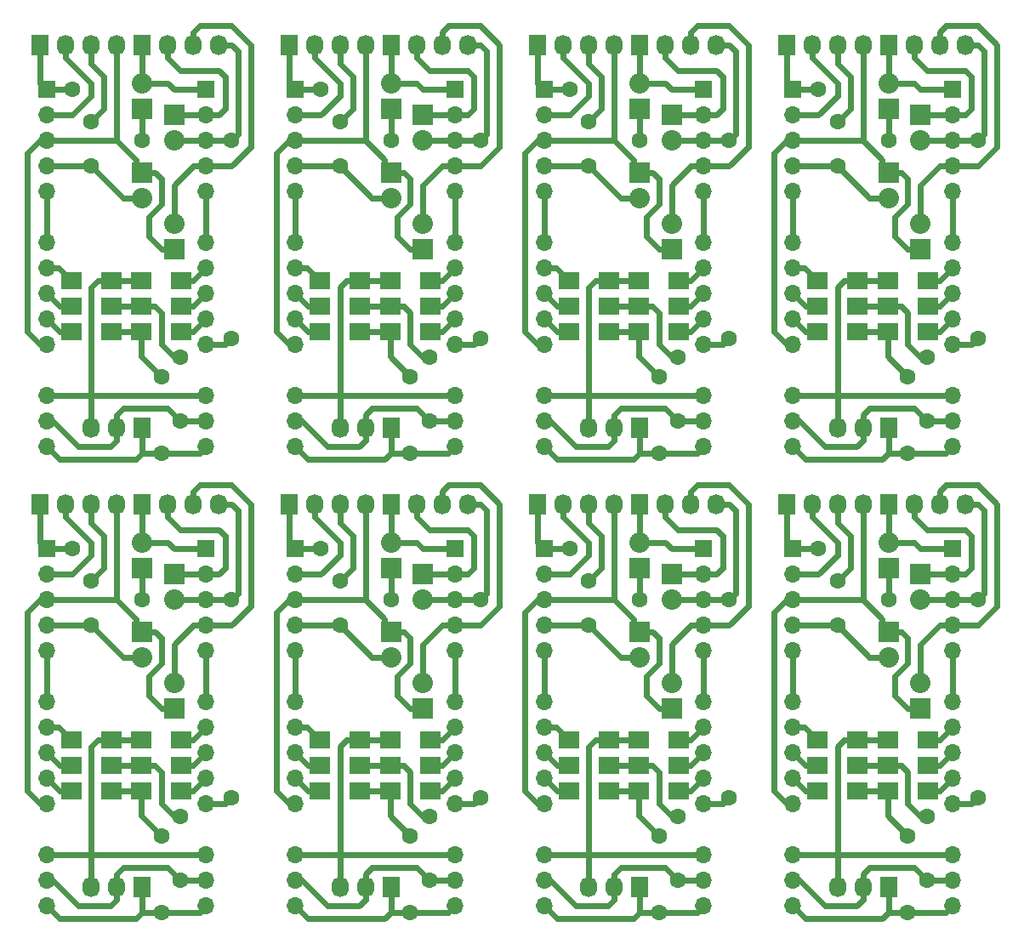
<source format=gbl>
G04 #@! TF.FileFunction,Copper,L2,Bot,Signal*
%FSLAX46Y46*%
G04 Gerber Fmt 4.6, Leading zero omitted, Abs format (unit mm)*
G04 Created by KiCad (PCBNEW 4.0.5+dfsg1-4) date Thu Mar 30 08:58:49 2017*
%MOMM*%
%LPD*%
G01*
G04 APERTURE LIST*
%ADD10C,0.100000*%
%ADD11R,2.032000X2.032000*%
%ADD12O,2.032000X2.032000*%
%ADD13R,2.000000X1.700000*%
%ADD14R,1.727200X2.032000*%
%ADD15O,1.727200X2.032000*%
%ADD16R,1.700000X1.700000*%
%ADD17O,1.700000X1.700000*%
%ADD18C,1.600000*%
%ADD19C,0.600000*%
G04 APERTURE END LIST*
D10*
D11*
X182880000Y-85090000D03*
D12*
X182880000Y-82550000D03*
D13*
X186785000Y-107315000D03*
X182785000Y-107315000D03*
X175800000Y-107315000D03*
X179800000Y-107315000D03*
X186785000Y-104775000D03*
X182785000Y-104775000D03*
X175800000Y-104775000D03*
X179800000Y-104775000D03*
X186785000Y-102235000D03*
X182785000Y-102235000D03*
X175800000Y-102235000D03*
X179800000Y-102235000D03*
D14*
X182880000Y-78740000D03*
D15*
X185420000Y-78740000D03*
X187960000Y-78740000D03*
X190500000Y-78740000D03*
D14*
X172720000Y-78740000D03*
D15*
X175260000Y-78740000D03*
X177800000Y-78740000D03*
X180340000Y-78740000D03*
D11*
X182880000Y-91440000D03*
D12*
X182880000Y-93980000D03*
D11*
X186055000Y-85725000D03*
D12*
X186055000Y-88265000D03*
D11*
X186055000Y-99060000D03*
D12*
X186055000Y-96520000D03*
D16*
X173355000Y-83185000D03*
D17*
X173355000Y-85725000D03*
X173355000Y-88265000D03*
X173355000Y-90805000D03*
X173355000Y-93345000D03*
X173355000Y-98425000D03*
X173355000Y-100965000D03*
X173355000Y-103505000D03*
X173355000Y-106045000D03*
X173355000Y-108585000D03*
X173355000Y-113665000D03*
X173355000Y-116205000D03*
X173355000Y-118745000D03*
D16*
X189230000Y-83185000D03*
D17*
X189230000Y-85725000D03*
X189230000Y-88265000D03*
X189230000Y-90805000D03*
X189230000Y-93345000D03*
X189230000Y-98425000D03*
X189230000Y-100965000D03*
X189230000Y-103505000D03*
X189230000Y-106045000D03*
X189230000Y-108585000D03*
X189230000Y-113665000D03*
X189230000Y-116205000D03*
X189230000Y-118745000D03*
D14*
X182880000Y-116840000D03*
D15*
X180340000Y-116840000D03*
X177800000Y-116840000D03*
D14*
X207645000Y-116840000D03*
D15*
X205105000Y-116840000D03*
X202565000Y-116840000D03*
D16*
X213995000Y-83185000D03*
D17*
X213995000Y-85725000D03*
X213995000Y-88265000D03*
X213995000Y-90805000D03*
X213995000Y-93345000D03*
X213995000Y-98425000D03*
X213995000Y-100965000D03*
X213995000Y-103505000D03*
X213995000Y-106045000D03*
X213995000Y-108585000D03*
X213995000Y-113665000D03*
X213995000Y-116205000D03*
X213995000Y-118745000D03*
D16*
X198120000Y-83185000D03*
D17*
X198120000Y-85725000D03*
X198120000Y-88265000D03*
X198120000Y-90805000D03*
X198120000Y-93345000D03*
X198120000Y-98425000D03*
X198120000Y-100965000D03*
X198120000Y-103505000D03*
X198120000Y-106045000D03*
X198120000Y-108585000D03*
X198120000Y-113665000D03*
X198120000Y-116205000D03*
X198120000Y-118745000D03*
D11*
X210820000Y-99060000D03*
D12*
X210820000Y-96520000D03*
D11*
X210820000Y-85725000D03*
D12*
X210820000Y-88265000D03*
D11*
X207645000Y-91440000D03*
D12*
X207645000Y-93980000D03*
D14*
X197485000Y-78740000D03*
D15*
X200025000Y-78740000D03*
X202565000Y-78740000D03*
X205105000Y-78740000D03*
D14*
X207645000Y-78740000D03*
D15*
X210185000Y-78740000D03*
X212725000Y-78740000D03*
X215265000Y-78740000D03*
D13*
X200565000Y-102235000D03*
X204565000Y-102235000D03*
X211550000Y-102235000D03*
X207550000Y-102235000D03*
X200565000Y-104775000D03*
X204565000Y-104775000D03*
X211550000Y-104775000D03*
X207550000Y-104775000D03*
X200565000Y-107315000D03*
X204565000Y-107315000D03*
X211550000Y-107315000D03*
X207550000Y-107315000D03*
D11*
X207645000Y-85090000D03*
D12*
X207645000Y-82550000D03*
D11*
X257175000Y-85090000D03*
D12*
X257175000Y-82550000D03*
D13*
X261080000Y-107315000D03*
X257080000Y-107315000D03*
X250095000Y-107315000D03*
X254095000Y-107315000D03*
X261080000Y-104775000D03*
X257080000Y-104775000D03*
X250095000Y-104775000D03*
X254095000Y-104775000D03*
X261080000Y-102235000D03*
X257080000Y-102235000D03*
X250095000Y-102235000D03*
X254095000Y-102235000D03*
D14*
X257175000Y-78740000D03*
D15*
X259715000Y-78740000D03*
X262255000Y-78740000D03*
X264795000Y-78740000D03*
D14*
X247015000Y-78740000D03*
D15*
X249555000Y-78740000D03*
X252095000Y-78740000D03*
X254635000Y-78740000D03*
D11*
X257175000Y-91440000D03*
D12*
X257175000Y-93980000D03*
D11*
X260350000Y-85725000D03*
D12*
X260350000Y-88265000D03*
D11*
X260350000Y-99060000D03*
D12*
X260350000Y-96520000D03*
D16*
X247650000Y-83185000D03*
D17*
X247650000Y-85725000D03*
X247650000Y-88265000D03*
X247650000Y-90805000D03*
X247650000Y-93345000D03*
X247650000Y-98425000D03*
X247650000Y-100965000D03*
X247650000Y-103505000D03*
X247650000Y-106045000D03*
X247650000Y-108585000D03*
X247650000Y-113665000D03*
X247650000Y-116205000D03*
X247650000Y-118745000D03*
D16*
X263525000Y-83185000D03*
D17*
X263525000Y-85725000D03*
X263525000Y-88265000D03*
X263525000Y-90805000D03*
X263525000Y-93345000D03*
X263525000Y-98425000D03*
X263525000Y-100965000D03*
X263525000Y-103505000D03*
X263525000Y-106045000D03*
X263525000Y-108585000D03*
X263525000Y-113665000D03*
X263525000Y-116205000D03*
X263525000Y-118745000D03*
D14*
X257175000Y-116840000D03*
D15*
X254635000Y-116840000D03*
X252095000Y-116840000D03*
D14*
X232410000Y-116840000D03*
D15*
X229870000Y-116840000D03*
X227330000Y-116840000D03*
D16*
X238760000Y-83185000D03*
D17*
X238760000Y-85725000D03*
X238760000Y-88265000D03*
X238760000Y-90805000D03*
X238760000Y-93345000D03*
X238760000Y-98425000D03*
X238760000Y-100965000D03*
X238760000Y-103505000D03*
X238760000Y-106045000D03*
X238760000Y-108585000D03*
X238760000Y-113665000D03*
X238760000Y-116205000D03*
X238760000Y-118745000D03*
D16*
X222885000Y-83185000D03*
D17*
X222885000Y-85725000D03*
X222885000Y-88265000D03*
X222885000Y-90805000D03*
X222885000Y-93345000D03*
X222885000Y-98425000D03*
X222885000Y-100965000D03*
X222885000Y-103505000D03*
X222885000Y-106045000D03*
X222885000Y-108585000D03*
X222885000Y-113665000D03*
X222885000Y-116205000D03*
X222885000Y-118745000D03*
D11*
X235585000Y-99060000D03*
D12*
X235585000Y-96520000D03*
D11*
X235585000Y-85725000D03*
D12*
X235585000Y-88265000D03*
D11*
X232410000Y-91440000D03*
D12*
X232410000Y-93980000D03*
D14*
X222250000Y-78740000D03*
D15*
X224790000Y-78740000D03*
X227330000Y-78740000D03*
X229870000Y-78740000D03*
D14*
X232410000Y-78740000D03*
D15*
X234950000Y-78740000D03*
X237490000Y-78740000D03*
X240030000Y-78740000D03*
D13*
X225330000Y-102235000D03*
X229330000Y-102235000D03*
X236315000Y-102235000D03*
X232315000Y-102235000D03*
X225330000Y-104775000D03*
X229330000Y-104775000D03*
X236315000Y-104775000D03*
X232315000Y-104775000D03*
X225330000Y-107315000D03*
X229330000Y-107315000D03*
X236315000Y-107315000D03*
X232315000Y-107315000D03*
D11*
X232410000Y-85090000D03*
D12*
X232410000Y-82550000D03*
D11*
X232410000Y-39370000D03*
D12*
X232410000Y-36830000D03*
D13*
X236315000Y-61595000D03*
X232315000Y-61595000D03*
X225330000Y-61595000D03*
X229330000Y-61595000D03*
X236315000Y-59055000D03*
X232315000Y-59055000D03*
X225330000Y-59055000D03*
X229330000Y-59055000D03*
X236315000Y-56515000D03*
X232315000Y-56515000D03*
X225330000Y-56515000D03*
X229330000Y-56515000D03*
D14*
X232410000Y-33020000D03*
D15*
X234950000Y-33020000D03*
X237490000Y-33020000D03*
X240030000Y-33020000D03*
D14*
X222250000Y-33020000D03*
D15*
X224790000Y-33020000D03*
X227330000Y-33020000D03*
X229870000Y-33020000D03*
D11*
X232410000Y-45720000D03*
D12*
X232410000Y-48260000D03*
D11*
X235585000Y-40005000D03*
D12*
X235585000Y-42545000D03*
D11*
X235585000Y-53340000D03*
D12*
X235585000Y-50800000D03*
D16*
X222885000Y-37465000D03*
D17*
X222885000Y-40005000D03*
X222885000Y-42545000D03*
X222885000Y-45085000D03*
X222885000Y-47625000D03*
X222885000Y-52705000D03*
X222885000Y-55245000D03*
X222885000Y-57785000D03*
X222885000Y-60325000D03*
X222885000Y-62865000D03*
X222885000Y-67945000D03*
X222885000Y-70485000D03*
X222885000Y-73025000D03*
D16*
X238760000Y-37465000D03*
D17*
X238760000Y-40005000D03*
X238760000Y-42545000D03*
X238760000Y-45085000D03*
X238760000Y-47625000D03*
X238760000Y-52705000D03*
X238760000Y-55245000D03*
X238760000Y-57785000D03*
X238760000Y-60325000D03*
X238760000Y-62865000D03*
X238760000Y-67945000D03*
X238760000Y-70485000D03*
X238760000Y-73025000D03*
D14*
X232410000Y-71120000D03*
D15*
X229870000Y-71120000D03*
X227330000Y-71120000D03*
D14*
X257175000Y-71120000D03*
D15*
X254635000Y-71120000D03*
X252095000Y-71120000D03*
D16*
X263525000Y-37465000D03*
D17*
X263525000Y-40005000D03*
X263525000Y-42545000D03*
X263525000Y-45085000D03*
X263525000Y-47625000D03*
X263525000Y-52705000D03*
X263525000Y-55245000D03*
X263525000Y-57785000D03*
X263525000Y-60325000D03*
X263525000Y-62865000D03*
X263525000Y-67945000D03*
X263525000Y-70485000D03*
X263525000Y-73025000D03*
D16*
X247650000Y-37465000D03*
D17*
X247650000Y-40005000D03*
X247650000Y-42545000D03*
X247650000Y-45085000D03*
X247650000Y-47625000D03*
X247650000Y-52705000D03*
X247650000Y-55245000D03*
X247650000Y-57785000D03*
X247650000Y-60325000D03*
X247650000Y-62865000D03*
X247650000Y-67945000D03*
X247650000Y-70485000D03*
X247650000Y-73025000D03*
D11*
X260350000Y-53340000D03*
D12*
X260350000Y-50800000D03*
D11*
X260350000Y-40005000D03*
D12*
X260350000Y-42545000D03*
D11*
X257175000Y-45720000D03*
D12*
X257175000Y-48260000D03*
D14*
X247015000Y-33020000D03*
D15*
X249555000Y-33020000D03*
X252095000Y-33020000D03*
X254635000Y-33020000D03*
D14*
X257175000Y-33020000D03*
D15*
X259715000Y-33020000D03*
X262255000Y-33020000D03*
X264795000Y-33020000D03*
D13*
X250095000Y-56515000D03*
X254095000Y-56515000D03*
X261080000Y-56515000D03*
X257080000Y-56515000D03*
X250095000Y-59055000D03*
X254095000Y-59055000D03*
X261080000Y-59055000D03*
X257080000Y-59055000D03*
X250095000Y-61595000D03*
X254095000Y-61595000D03*
X261080000Y-61595000D03*
X257080000Y-61595000D03*
D11*
X257175000Y-39370000D03*
D12*
X257175000Y-36830000D03*
D11*
X207645000Y-39370000D03*
D12*
X207645000Y-36830000D03*
D13*
X211550000Y-61595000D03*
X207550000Y-61595000D03*
X200565000Y-61595000D03*
X204565000Y-61595000D03*
X211550000Y-59055000D03*
X207550000Y-59055000D03*
X200565000Y-59055000D03*
X204565000Y-59055000D03*
X211550000Y-56515000D03*
X207550000Y-56515000D03*
X200565000Y-56515000D03*
X204565000Y-56515000D03*
D14*
X207645000Y-33020000D03*
D15*
X210185000Y-33020000D03*
X212725000Y-33020000D03*
X215265000Y-33020000D03*
D14*
X197485000Y-33020000D03*
D15*
X200025000Y-33020000D03*
X202565000Y-33020000D03*
X205105000Y-33020000D03*
D11*
X207645000Y-45720000D03*
D12*
X207645000Y-48260000D03*
D11*
X210820000Y-40005000D03*
D12*
X210820000Y-42545000D03*
D11*
X210820000Y-53340000D03*
D12*
X210820000Y-50800000D03*
D16*
X198120000Y-37465000D03*
D17*
X198120000Y-40005000D03*
X198120000Y-42545000D03*
X198120000Y-45085000D03*
X198120000Y-47625000D03*
X198120000Y-52705000D03*
X198120000Y-55245000D03*
X198120000Y-57785000D03*
X198120000Y-60325000D03*
X198120000Y-62865000D03*
X198120000Y-67945000D03*
X198120000Y-70485000D03*
X198120000Y-73025000D03*
D16*
X213995000Y-37465000D03*
D17*
X213995000Y-40005000D03*
X213995000Y-42545000D03*
X213995000Y-45085000D03*
X213995000Y-47625000D03*
X213995000Y-52705000D03*
X213995000Y-55245000D03*
X213995000Y-57785000D03*
X213995000Y-60325000D03*
X213995000Y-62865000D03*
X213995000Y-67945000D03*
X213995000Y-70485000D03*
X213995000Y-73025000D03*
D14*
X207645000Y-71120000D03*
D15*
X205105000Y-71120000D03*
X202565000Y-71120000D03*
D14*
X182880000Y-71120000D03*
D15*
X180340000Y-71120000D03*
X177800000Y-71120000D03*
D16*
X189230000Y-37465000D03*
D17*
X189230000Y-40005000D03*
X189230000Y-42545000D03*
X189230000Y-45085000D03*
X189230000Y-47625000D03*
X189230000Y-52705000D03*
X189230000Y-55245000D03*
X189230000Y-57785000D03*
X189230000Y-60325000D03*
X189230000Y-62865000D03*
X189230000Y-67945000D03*
X189230000Y-70485000D03*
X189230000Y-73025000D03*
D16*
X173355000Y-37465000D03*
D17*
X173355000Y-40005000D03*
X173355000Y-42545000D03*
X173355000Y-45085000D03*
X173355000Y-47625000D03*
X173355000Y-52705000D03*
X173355000Y-55245000D03*
X173355000Y-57785000D03*
X173355000Y-60325000D03*
X173355000Y-62865000D03*
X173355000Y-67945000D03*
X173355000Y-70485000D03*
X173355000Y-73025000D03*
D11*
X186055000Y-53340000D03*
D12*
X186055000Y-50800000D03*
D11*
X186055000Y-40005000D03*
D12*
X186055000Y-42545000D03*
D11*
X182880000Y-45720000D03*
D12*
X182880000Y-48260000D03*
D14*
X172720000Y-33020000D03*
D15*
X175260000Y-33020000D03*
X177800000Y-33020000D03*
X180340000Y-33020000D03*
D14*
X182880000Y-33020000D03*
D15*
X185420000Y-33020000D03*
X187960000Y-33020000D03*
X190500000Y-33020000D03*
D13*
X175800000Y-56515000D03*
X179800000Y-56515000D03*
X186785000Y-56515000D03*
X182785000Y-56515000D03*
X175800000Y-59055000D03*
X179800000Y-59055000D03*
X186785000Y-59055000D03*
X182785000Y-59055000D03*
X175800000Y-61595000D03*
X179800000Y-61595000D03*
X186785000Y-61595000D03*
X182785000Y-61595000D03*
D11*
X182880000Y-39370000D03*
D12*
X182880000Y-36830000D03*
D18*
X191770000Y-107950000D03*
X191770000Y-88265000D03*
X216535000Y-88265000D03*
X216535000Y-107950000D03*
X266065000Y-107950000D03*
X266065000Y-88265000D03*
X241300000Y-88265000D03*
X241300000Y-107950000D03*
X241300000Y-62230000D03*
X241300000Y-42545000D03*
X266065000Y-42545000D03*
X266065000Y-62230000D03*
X216535000Y-62230000D03*
X216535000Y-42545000D03*
X191770000Y-42545000D03*
X191770000Y-62230000D03*
X175895000Y-83185000D03*
X182880000Y-88265000D03*
X207645000Y-88265000D03*
X200660000Y-83185000D03*
X250190000Y-83185000D03*
X257175000Y-88265000D03*
X232410000Y-88265000D03*
X225425000Y-83185000D03*
X225425000Y-37465000D03*
X232410000Y-42545000D03*
X257175000Y-42545000D03*
X250190000Y-37465000D03*
X200660000Y-37465000D03*
X207645000Y-42545000D03*
X182880000Y-42545000D03*
X175895000Y-37465000D03*
X177800000Y-86360000D03*
X177800000Y-90805000D03*
X202565000Y-90805000D03*
X202565000Y-86360000D03*
X252095000Y-86360000D03*
X252095000Y-90805000D03*
X227330000Y-90805000D03*
X227330000Y-86360000D03*
X227330000Y-40640000D03*
X227330000Y-45085000D03*
X252095000Y-45085000D03*
X252095000Y-40640000D03*
X202565000Y-40640000D03*
X202565000Y-45085000D03*
X177800000Y-45085000D03*
X177800000Y-40640000D03*
X184785000Y-111760000D03*
X184785000Y-119380000D03*
X209550000Y-119380000D03*
X209550000Y-111760000D03*
X259080000Y-111760000D03*
X259080000Y-119380000D03*
X234315000Y-119380000D03*
X234315000Y-111760000D03*
X234315000Y-66040000D03*
X234315000Y-73660000D03*
X259080000Y-73660000D03*
X259080000Y-66040000D03*
X209550000Y-66040000D03*
X209550000Y-73660000D03*
X184785000Y-73660000D03*
X184785000Y-66040000D03*
X186690000Y-109855000D03*
X186690000Y-116205000D03*
X211455000Y-116205000D03*
X211455000Y-109855000D03*
X260985000Y-109855000D03*
X260985000Y-116205000D03*
X236220000Y-116205000D03*
X236220000Y-109855000D03*
X236220000Y-64135000D03*
X236220000Y-70485000D03*
X260985000Y-70485000D03*
X260985000Y-64135000D03*
X211455000Y-64135000D03*
X211455000Y-70485000D03*
X186690000Y-70485000D03*
X186690000Y-64135000D03*
D19*
X184785000Y-99060000D02*
X183515000Y-97790000D01*
X183515000Y-97790000D02*
X183515000Y-95885000D01*
X183515000Y-95885000D02*
X184785000Y-94615000D01*
X184785000Y-94615000D02*
X184785000Y-92075000D01*
X184785000Y-92075000D02*
X184150000Y-91440000D01*
X184150000Y-91440000D02*
X182880000Y-91440000D01*
X186055000Y-99060000D02*
X184785000Y-99060000D01*
X172720000Y-88265000D02*
X173355000Y-88265000D01*
X171450000Y-89535000D02*
X172720000Y-88265000D01*
X171450000Y-107315000D02*
X171450000Y-89535000D01*
X172720000Y-108585000D02*
X171450000Y-107315000D01*
X173355000Y-108585000D02*
X172720000Y-108585000D01*
X180340000Y-78740000D02*
X180340000Y-88265000D01*
X173355000Y-88265000D02*
X180340000Y-88265000D01*
X182245000Y-90805000D02*
X182880000Y-91440000D01*
X182245000Y-90170000D02*
X182245000Y-90805000D01*
X180340000Y-88265000D02*
X182245000Y-90170000D01*
X205105000Y-88265000D02*
X207010000Y-90170000D01*
X207010000Y-90170000D02*
X207010000Y-90805000D01*
X207010000Y-90805000D02*
X207645000Y-91440000D01*
X198120000Y-88265000D02*
X205105000Y-88265000D01*
X205105000Y-78740000D02*
X205105000Y-88265000D01*
X198120000Y-108585000D02*
X197485000Y-108585000D01*
X197485000Y-108585000D02*
X196215000Y-107315000D01*
X196215000Y-107315000D02*
X196215000Y-89535000D01*
X196215000Y-89535000D02*
X197485000Y-88265000D01*
X197485000Y-88265000D02*
X198120000Y-88265000D01*
X210820000Y-99060000D02*
X209550000Y-99060000D01*
X208915000Y-91440000D02*
X207645000Y-91440000D01*
X209550000Y-92075000D02*
X208915000Y-91440000D01*
X209550000Y-94615000D02*
X209550000Y-92075000D01*
X208280000Y-95885000D02*
X209550000Y-94615000D01*
X208280000Y-97790000D02*
X208280000Y-95885000D01*
X209550000Y-99060000D02*
X208280000Y-97790000D01*
X259080000Y-99060000D02*
X257810000Y-97790000D01*
X257810000Y-97790000D02*
X257810000Y-95885000D01*
X257810000Y-95885000D02*
X259080000Y-94615000D01*
X259080000Y-94615000D02*
X259080000Y-92075000D01*
X259080000Y-92075000D02*
X258445000Y-91440000D01*
X258445000Y-91440000D02*
X257175000Y-91440000D01*
X260350000Y-99060000D02*
X259080000Y-99060000D01*
X247015000Y-88265000D02*
X247650000Y-88265000D01*
X245745000Y-89535000D02*
X247015000Y-88265000D01*
X245745000Y-107315000D02*
X245745000Y-89535000D01*
X247015000Y-108585000D02*
X245745000Y-107315000D01*
X247650000Y-108585000D02*
X247015000Y-108585000D01*
X254635000Y-78740000D02*
X254635000Y-88265000D01*
X247650000Y-88265000D02*
X254635000Y-88265000D01*
X256540000Y-90805000D02*
X257175000Y-91440000D01*
X256540000Y-90170000D02*
X256540000Y-90805000D01*
X254635000Y-88265000D02*
X256540000Y-90170000D01*
X229870000Y-88265000D02*
X231775000Y-90170000D01*
X231775000Y-90170000D02*
X231775000Y-90805000D01*
X231775000Y-90805000D02*
X232410000Y-91440000D01*
X222885000Y-88265000D02*
X229870000Y-88265000D01*
X229870000Y-78740000D02*
X229870000Y-88265000D01*
X222885000Y-108585000D02*
X222250000Y-108585000D01*
X222250000Y-108585000D02*
X220980000Y-107315000D01*
X220980000Y-107315000D02*
X220980000Y-89535000D01*
X220980000Y-89535000D02*
X222250000Y-88265000D01*
X222250000Y-88265000D02*
X222885000Y-88265000D01*
X235585000Y-99060000D02*
X234315000Y-99060000D01*
X233680000Y-91440000D02*
X232410000Y-91440000D01*
X234315000Y-92075000D02*
X233680000Y-91440000D01*
X234315000Y-94615000D02*
X234315000Y-92075000D01*
X233045000Y-95885000D02*
X234315000Y-94615000D01*
X233045000Y-97790000D02*
X233045000Y-95885000D01*
X234315000Y-99060000D02*
X233045000Y-97790000D01*
X234315000Y-53340000D02*
X233045000Y-52070000D01*
X233045000Y-52070000D02*
X233045000Y-50165000D01*
X233045000Y-50165000D02*
X234315000Y-48895000D01*
X234315000Y-48895000D02*
X234315000Y-46355000D01*
X234315000Y-46355000D02*
X233680000Y-45720000D01*
X233680000Y-45720000D02*
X232410000Y-45720000D01*
X235585000Y-53340000D02*
X234315000Y-53340000D01*
X222250000Y-42545000D02*
X222885000Y-42545000D01*
X220980000Y-43815000D02*
X222250000Y-42545000D01*
X220980000Y-61595000D02*
X220980000Y-43815000D01*
X222250000Y-62865000D02*
X220980000Y-61595000D01*
X222885000Y-62865000D02*
X222250000Y-62865000D01*
X229870000Y-33020000D02*
X229870000Y-42545000D01*
X222885000Y-42545000D02*
X229870000Y-42545000D01*
X231775000Y-45085000D02*
X232410000Y-45720000D01*
X231775000Y-44450000D02*
X231775000Y-45085000D01*
X229870000Y-42545000D02*
X231775000Y-44450000D01*
X254635000Y-42545000D02*
X256540000Y-44450000D01*
X256540000Y-44450000D02*
X256540000Y-45085000D01*
X256540000Y-45085000D02*
X257175000Y-45720000D01*
X247650000Y-42545000D02*
X254635000Y-42545000D01*
X254635000Y-33020000D02*
X254635000Y-42545000D01*
X247650000Y-62865000D02*
X247015000Y-62865000D01*
X247015000Y-62865000D02*
X245745000Y-61595000D01*
X245745000Y-61595000D02*
X245745000Y-43815000D01*
X245745000Y-43815000D02*
X247015000Y-42545000D01*
X247015000Y-42545000D02*
X247650000Y-42545000D01*
X260350000Y-53340000D02*
X259080000Y-53340000D01*
X258445000Y-45720000D02*
X257175000Y-45720000D01*
X259080000Y-46355000D02*
X258445000Y-45720000D01*
X259080000Y-48895000D02*
X259080000Y-46355000D01*
X257810000Y-50165000D02*
X259080000Y-48895000D01*
X257810000Y-52070000D02*
X257810000Y-50165000D01*
X259080000Y-53340000D02*
X257810000Y-52070000D01*
X209550000Y-53340000D02*
X208280000Y-52070000D01*
X208280000Y-52070000D02*
X208280000Y-50165000D01*
X208280000Y-50165000D02*
X209550000Y-48895000D01*
X209550000Y-48895000D02*
X209550000Y-46355000D01*
X209550000Y-46355000D02*
X208915000Y-45720000D01*
X208915000Y-45720000D02*
X207645000Y-45720000D01*
X210820000Y-53340000D02*
X209550000Y-53340000D01*
X197485000Y-42545000D02*
X198120000Y-42545000D01*
X196215000Y-43815000D02*
X197485000Y-42545000D01*
X196215000Y-61595000D02*
X196215000Y-43815000D01*
X197485000Y-62865000D02*
X196215000Y-61595000D01*
X198120000Y-62865000D02*
X197485000Y-62865000D01*
X205105000Y-33020000D02*
X205105000Y-42545000D01*
X198120000Y-42545000D02*
X205105000Y-42545000D01*
X207010000Y-45085000D02*
X207645000Y-45720000D01*
X207010000Y-44450000D02*
X207010000Y-45085000D01*
X205105000Y-42545000D02*
X207010000Y-44450000D01*
X180340000Y-42545000D02*
X182245000Y-44450000D01*
X182245000Y-44450000D02*
X182245000Y-45085000D01*
X182245000Y-45085000D02*
X182880000Y-45720000D01*
X173355000Y-42545000D02*
X180340000Y-42545000D01*
X180340000Y-33020000D02*
X180340000Y-42545000D01*
X173355000Y-62865000D02*
X172720000Y-62865000D01*
X172720000Y-62865000D02*
X171450000Y-61595000D01*
X171450000Y-61595000D02*
X171450000Y-43815000D01*
X171450000Y-43815000D02*
X172720000Y-42545000D01*
X172720000Y-42545000D02*
X173355000Y-42545000D01*
X186055000Y-53340000D02*
X184785000Y-53340000D01*
X184150000Y-45720000D02*
X182880000Y-45720000D01*
X184785000Y-46355000D02*
X184150000Y-45720000D01*
X184785000Y-48895000D02*
X184785000Y-46355000D01*
X183515000Y-50165000D02*
X184785000Y-48895000D01*
X183515000Y-52070000D02*
X183515000Y-50165000D01*
X184785000Y-53340000D02*
X183515000Y-52070000D01*
X187960000Y-90805000D02*
X186055000Y-92710000D01*
X186055000Y-92710000D02*
X186055000Y-96520000D01*
X189230000Y-90805000D02*
X187960000Y-90805000D01*
X187960000Y-77470000D02*
X188595000Y-76835000D01*
X188595000Y-76835000D02*
X191770000Y-76835000D01*
X191770000Y-76835000D02*
X193675000Y-78740000D01*
X193675000Y-78740000D02*
X193675000Y-88900000D01*
X193675000Y-88900000D02*
X191770000Y-90805000D01*
X191770000Y-90805000D02*
X189230000Y-90805000D01*
X187960000Y-78740000D02*
X187960000Y-77470000D01*
X212725000Y-78740000D02*
X212725000Y-77470000D01*
X216535000Y-90805000D02*
X213995000Y-90805000D01*
X218440000Y-88900000D02*
X216535000Y-90805000D01*
X218440000Y-78740000D02*
X218440000Y-88900000D01*
X216535000Y-76835000D02*
X218440000Y-78740000D01*
X213360000Y-76835000D02*
X216535000Y-76835000D01*
X212725000Y-77470000D02*
X213360000Y-76835000D01*
X213995000Y-90805000D02*
X212725000Y-90805000D01*
X210820000Y-92710000D02*
X210820000Y-96520000D01*
X212725000Y-90805000D02*
X210820000Y-92710000D01*
X262255000Y-90805000D02*
X260350000Y-92710000D01*
X260350000Y-92710000D02*
X260350000Y-96520000D01*
X263525000Y-90805000D02*
X262255000Y-90805000D01*
X262255000Y-77470000D02*
X262890000Y-76835000D01*
X262890000Y-76835000D02*
X266065000Y-76835000D01*
X266065000Y-76835000D02*
X267970000Y-78740000D01*
X267970000Y-78740000D02*
X267970000Y-88900000D01*
X267970000Y-88900000D02*
X266065000Y-90805000D01*
X266065000Y-90805000D02*
X263525000Y-90805000D01*
X262255000Y-78740000D02*
X262255000Y-77470000D01*
X237490000Y-78740000D02*
X237490000Y-77470000D01*
X241300000Y-90805000D02*
X238760000Y-90805000D01*
X243205000Y-88900000D02*
X241300000Y-90805000D01*
X243205000Y-78740000D02*
X243205000Y-88900000D01*
X241300000Y-76835000D02*
X243205000Y-78740000D01*
X238125000Y-76835000D02*
X241300000Y-76835000D01*
X237490000Y-77470000D02*
X238125000Y-76835000D01*
X238760000Y-90805000D02*
X237490000Y-90805000D01*
X235585000Y-92710000D02*
X235585000Y-96520000D01*
X237490000Y-90805000D02*
X235585000Y-92710000D01*
X237490000Y-45085000D02*
X235585000Y-46990000D01*
X235585000Y-46990000D02*
X235585000Y-50800000D01*
X238760000Y-45085000D02*
X237490000Y-45085000D01*
X237490000Y-31750000D02*
X238125000Y-31115000D01*
X238125000Y-31115000D02*
X241300000Y-31115000D01*
X241300000Y-31115000D02*
X243205000Y-33020000D01*
X243205000Y-33020000D02*
X243205000Y-43180000D01*
X243205000Y-43180000D02*
X241300000Y-45085000D01*
X241300000Y-45085000D02*
X238760000Y-45085000D01*
X237490000Y-33020000D02*
X237490000Y-31750000D01*
X262255000Y-33020000D02*
X262255000Y-31750000D01*
X266065000Y-45085000D02*
X263525000Y-45085000D01*
X267970000Y-43180000D02*
X266065000Y-45085000D01*
X267970000Y-33020000D02*
X267970000Y-43180000D01*
X266065000Y-31115000D02*
X267970000Y-33020000D01*
X262890000Y-31115000D02*
X266065000Y-31115000D01*
X262255000Y-31750000D02*
X262890000Y-31115000D01*
X263525000Y-45085000D02*
X262255000Y-45085000D01*
X260350000Y-46990000D02*
X260350000Y-50800000D01*
X262255000Y-45085000D02*
X260350000Y-46990000D01*
X212725000Y-45085000D02*
X210820000Y-46990000D01*
X210820000Y-46990000D02*
X210820000Y-50800000D01*
X213995000Y-45085000D02*
X212725000Y-45085000D01*
X212725000Y-31750000D02*
X213360000Y-31115000D01*
X213360000Y-31115000D02*
X216535000Y-31115000D01*
X216535000Y-31115000D02*
X218440000Y-33020000D01*
X218440000Y-33020000D02*
X218440000Y-43180000D01*
X218440000Y-43180000D02*
X216535000Y-45085000D01*
X216535000Y-45085000D02*
X213995000Y-45085000D01*
X212725000Y-33020000D02*
X212725000Y-31750000D01*
X187960000Y-33020000D02*
X187960000Y-31750000D01*
X191770000Y-45085000D02*
X189230000Y-45085000D01*
X193675000Y-43180000D02*
X191770000Y-45085000D01*
X193675000Y-33020000D02*
X193675000Y-43180000D01*
X191770000Y-31115000D02*
X193675000Y-33020000D01*
X188595000Y-31115000D02*
X191770000Y-31115000D01*
X187960000Y-31750000D02*
X188595000Y-31115000D01*
X189230000Y-45085000D02*
X187960000Y-45085000D01*
X186055000Y-46990000D02*
X186055000Y-50800000D01*
X187960000Y-45085000D02*
X186055000Y-46990000D01*
X189230000Y-85725000D02*
X186055000Y-85725000D01*
X190500000Y-85725000D02*
X191135000Y-85090000D01*
X191135000Y-85090000D02*
X191135000Y-81915000D01*
X191135000Y-81915000D02*
X190500000Y-81280000D01*
X190500000Y-81280000D02*
X186690000Y-81280000D01*
X186690000Y-81280000D02*
X185420000Y-80010000D01*
X185420000Y-80010000D02*
X185420000Y-78740000D01*
X189230000Y-85725000D02*
X190500000Y-85725000D01*
X213995000Y-85725000D02*
X215265000Y-85725000D01*
X210185000Y-80010000D02*
X210185000Y-78740000D01*
X211455000Y-81280000D02*
X210185000Y-80010000D01*
X215265000Y-81280000D02*
X211455000Y-81280000D01*
X215900000Y-81915000D02*
X215265000Y-81280000D01*
X215900000Y-85090000D02*
X215900000Y-81915000D01*
X215265000Y-85725000D02*
X215900000Y-85090000D01*
X213995000Y-85725000D02*
X210820000Y-85725000D01*
X263525000Y-85725000D02*
X260350000Y-85725000D01*
X264795000Y-85725000D02*
X265430000Y-85090000D01*
X265430000Y-85090000D02*
X265430000Y-81915000D01*
X265430000Y-81915000D02*
X264795000Y-81280000D01*
X264795000Y-81280000D02*
X260985000Y-81280000D01*
X260985000Y-81280000D02*
X259715000Y-80010000D01*
X259715000Y-80010000D02*
X259715000Y-78740000D01*
X263525000Y-85725000D02*
X264795000Y-85725000D01*
X238760000Y-85725000D02*
X240030000Y-85725000D01*
X234950000Y-80010000D02*
X234950000Y-78740000D01*
X236220000Y-81280000D02*
X234950000Y-80010000D01*
X240030000Y-81280000D02*
X236220000Y-81280000D01*
X240665000Y-81915000D02*
X240030000Y-81280000D01*
X240665000Y-85090000D02*
X240665000Y-81915000D01*
X240030000Y-85725000D02*
X240665000Y-85090000D01*
X238760000Y-85725000D02*
X235585000Y-85725000D01*
X238760000Y-40005000D02*
X235585000Y-40005000D01*
X240030000Y-40005000D02*
X240665000Y-39370000D01*
X240665000Y-39370000D02*
X240665000Y-36195000D01*
X240665000Y-36195000D02*
X240030000Y-35560000D01*
X240030000Y-35560000D02*
X236220000Y-35560000D01*
X236220000Y-35560000D02*
X234950000Y-34290000D01*
X234950000Y-34290000D02*
X234950000Y-33020000D01*
X238760000Y-40005000D02*
X240030000Y-40005000D01*
X263525000Y-40005000D02*
X264795000Y-40005000D01*
X259715000Y-34290000D02*
X259715000Y-33020000D01*
X260985000Y-35560000D02*
X259715000Y-34290000D01*
X264795000Y-35560000D02*
X260985000Y-35560000D01*
X265430000Y-36195000D02*
X264795000Y-35560000D01*
X265430000Y-39370000D02*
X265430000Y-36195000D01*
X264795000Y-40005000D02*
X265430000Y-39370000D01*
X263525000Y-40005000D02*
X260350000Y-40005000D01*
X213995000Y-40005000D02*
X210820000Y-40005000D01*
X215265000Y-40005000D02*
X215900000Y-39370000D01*
X215900000Y-39370000D02*
X215900000Y-36195000D01*
X215900000Y-36195000D02*
X215265000Y-35560000D01*
X215265000Y-35560000D02*
X211455000Y-35560000D01*
X211455000Y-35560000D02*
X210185000Y-34290000D01*
X210185000Y-34290000D02*
X210185000Y-33020000D01*
X213995000Y-40005000D02*
X215265000Y-40005000D01*
X189230000Y-40005000D02*
X190500000Y-40005000D01*
X185420000Y-34290000D02*
X185420000Y-33020000D01*
X186690000Y-35560000D02*
X185420000Y-34290000D01*
X190500000Y-35560000D02*
X186690000Y-35560000D01*
X191135000Y-36195000D02*
X190500000Y-35560000D01*
X191135000Y-39370000D02*
X191135000Y-36195000D01*
X190500000Y-40005000D02*
X191135000Y-39370000D01*
X189230000Y-40005000D02*
X186055000Y-40005000D01*
X189230000Y-88265000D02*
X186055000Y-88265000D01*
X191770000Y-78740000D02*
X190500000Y-78740000D01*
X192405000Y-79375000D02*
X191770000Y-78740000D01*
X192405000Y-87630000D02*
X192405000Y-79375000D01*
X191770000Y-88265000D02*
X192405000Y-87630000D01*
X191770000Y-88265000D02*
X191770000Y-88265000D01*
X189230000Y-88265000D02*
X191770000Y-88265000D01*
X189865000Y-88265000D02*
X189230000Y-88265000D01*
X189230000Y-108585000D02*
X189865000Y-108585000D01*
X191770000Y-107950000D02*
X191135000Y-108585000D01*
X189230000Y-108585000D02*
X191135000Y-108585000D01*
X213995000Y-108585000D02*
X215900000Y-108585000D01*
X216535000Y-107950000D02*
X215900000Y-108585000D01*
X213995000Y-108585000D02*
X214630000Y-108585000D01*
X214630000Y-88265000D02*
X213995000Y-88265000D01*
X213995000Y-88265000D02*
X216535000Y-88265000D01*
X216535000Y-88265000D02*
X216535000Y-88265000D01*
X216535000Y-88265000D02*
X217170000Y-87630000D01*
X217170000Y-87630000D02*
X217170000Y-79375000D01*
X217170000Y-79375000D02*
X216535000Y-78740000D01*
X216535000Y-78740000D02*
X215265000Y-78740000D01*
X213995000Y-88265000D02*
X210820000Y-88265000D01*
X263525000Y-88265000D02*
X260350000Y-88265000D01*
X266065000Y-78740000D02*
X264795000Y-78740000D01*
X266700000Y-79375000D02*
X266065000Y-78740000D01*
X266700000Y-87630000D02*
X266700000Y-79375000D01*
X266065000Y-88265000D02*
X266700000Y-87630000D01*
X266065000Y-88265000D02*
X266065000Y-88265000D01*
X263525000Y-88265000D02*
X266065000Y-88265000D01*
X264160000Y-88265000D02*
X263525000Y-88265000D01*
X263525000Y-108585000D02*
X264160000Y-108585000D01*
X266065000Y-107950000D02*
X265430000Y-108585000D01*
X263525000Y-108585000D02*
X265430000Y-108585000D01*
X238760000Y-108585000D02*
X240665000Y-108585000D01*
X241300000Y-107950000D02*
X240665000Y-108585000D01*
X238760000Y-108585000D02*
X239395000Y-108585000D01*
X239395000Y-88265000D02*
X238760000Y-88265000D01*
X238760000Y-88265000D02*
X241300000Y-88265000D01*
X241300000Y-88265000D02*
X241300000Y-88265000D01*
X241300000Y-88265000D02*
X241935000Y-87630000D01*
X241935000Y-87630000D02*
X241935000Y-79375000D01*
X241935000Y-79375000D02*
X241300000Y-78740000D01*
X241300000Y-78740000D02*
X240030000Y-78740000D01*
X238760000Y-88265000D02*
X235585000Y-88265000D01*
X238760000Y-42545000D02*
X235585000Y-42545000D01*
X241300000Y-33020000D02*
X240030000Y-33020000D01*
X241935000Y-33655000D02*
X241300000Y-33020000D01*
X241935000Y-41910000D02*
X241935000Y-33655000D01*
X241300000Y-42545000D02*
X241935000Y-41910000D01*
X241300000Y-42545000D02*
X241300000Y-42545000D01*
X238760000Y-42545000D02*
X241300000Y-42545000D01*
X239395000Y-42545000D02*
X238760000Y-42545000D01*
X238760000Y-62865000D02*
X239395000Y-62865000D01*
X241300000Y-62230000D02*
X240665000Y-62865000D01*
X238760000Y-62865000D02*
X240665000Y-62865000D01*
X263525000Y-62865000D02*
X265430000Y-62865000D01*
X266065000Y-62230000D02*
X265430000Y-62865000D01*
X263525000Y-62865000D02*
X264160000Y-62865000D01*
X264160000Y-42545000D02*
X263525000Y-42545000D01*
X263525000Y-42545000D02*
X266065000Y-42545000D01*
X266065000Y-42545000D02*
X266065000Y-42545000D01*
X266065000Y-42545000D02*
X266700000Y-41910000D01*
X266700000Y-41910000D02*
X266700000Y-33655000D01*
X266700000Y-33655000D02*
X266065000Y-33020000D01*
X266065000Y-33020000D02*
X264795000Y-33020000D01*
X263525000Y-42545000D02*
X260350000Y-42545000D01*
X213995000Y-42545000D02*
X210820000Y-42545000D01*
X216535000Y-33020000D02*
X215265000Y-33020000D01*
X217170000Y-33655000D02*
X216535000Y-33020000D01*
X217170000Y-41910000D02*
X217170000Y-33655000D01*
X216535000Y-42545000D02*
X217170000Y-41910000D01*
X216535000Y-42545000D02*
X216535000Y-42545000D01*
X213995000Y-42545000D02*
X216535000Y-42545000D01*
X214630000Y-42545000D02*
X213995000Y-42545000D01*
X213995000Y-62865000D02*
X214630000Y-62865000D01*
X216535000Y-62230000D02*
X215900000Y-62865000D01*
X213995000Y-62865000D02*
X215900000Y-62865000D01*
X189230000Y-62865000D02*
X191135000Y-62865000D01*
X191770000Y-62230000D02*
X191135000Y-62865000D01*
X189230000Y-62865000D02*
X189865000Y-62865000D01*
X189865000Y-42545000D02*
X189230000Y-42545000D01*
X189230000Y-42545000D02*
X191770000Y-42545000D01*
X191770000Y-42545000D02*
X191770000Y-42545000D01*
X191770000Y-42545000D02*
X192405000Y-41910000D01*
X192405000Y-41910000D02*
X192405000Y-33655000D01*
X192405000Y-33655000D02*
X191770000Y-33020000D01*
X191770000Y-33020000D02*
X190500000Y-33020000D01*
X189230000Y-42545000D02*
X186055000Y-42545000D01*
X172720000Y-78740000D02*
X172720000Y-79375000D01*
X172720000Y-82550000D02*
X173355000Y-83185000D01*
X172720000Y-78740000D02*
X172720000Y-82550000D01*
X173355000Y-83185000D02*
X175895000Y-83185000D01*
X182880000Y-88265000D02*
X182880000Y-85090000D01*
X207645000Y-88265000D02*
X207645000Y-85090000D01*
X198120000Y-83185000D02*
X200660000Y-83185000D01*
X197485000Y-78740000D02*
X197485000Y-82550000D01*
X197485000Y-82550000D02*
X198120000Y-83185000D01*
X197485000Y-78740000D02*
X197485000Y-79375000D01*
X247015000Y-78740000D02*
X247015000Y-79375000D01*
X247015000Y-82550000D02*
X247650000Y-83185000D01*
X247015000Y-78740000D02*
X247015000Y-82550000D01*
X247650000Y-83185000D02*
X250190000Y-83185000D01*
X257175000Y-88265000D02*
X257175000Y-85090000D01*
X232410000Y-88265000D02*
X232410000Y-85090000D01*
X222885000Y-83185000D02*
X225425000Y-83185000D01*
X222250000Y-78740000D02*
X222250000Y-82550000D01*
X222250000Y-82550000D02*
X222885000Y-83185000D01*
X222250000Y-78740000D02*
X222250000Y-79375000D01*
X222250000Y-33020000D02*
X222250000Y-33655000D01*
X222250000Y-36830000D02*
X222885000Y-37465000D01*
X222250000Y-33020000D02*
X222250000Y-36830000D01*
X222885000Y-37465000D02*
X225425000Y-37465000D01*
X232410000Y-42545000D02*
X232410000Y-39370000D01*
X257175000Y-42545000D02*
X257175000Y-39370000D01*
X247650000Y-37465000D02*
X250190000Y-37465000D01*
X247015000Y-33020000D02*
X247015000Y-36830000D01*
X247015000Y-36830000D02*
X247650000Y-37465000D01*
X247015000Y-33020000D02*
X247015000Y-33655000D01*
X197485000Y-33020000D02*
X197485000Y-33655000D01*
X197485000Y-36830000D02*
X198120000Y-37465000D01*
X197485000Y-33020000D02*
X197485000Y-36830000D01*
X198120000Y-37465000D02*
X200660000Y-37465000D01*
X207645000Y-42545000D02*
X207645000Y-39370000D01*
X182880000Y-42545000D02*
X182880000Y-39370000D01*
X173355000Y-37465000D02*
X175895000Y-37465000D01*
X172720000Y-33020000D02*
X172720000Y-36830000D01*
X172720000Y-36830000D02*
X173355000Y-37465000D01*
X172720000Y-33020000D02*
X172720000Y-33655000D01*
X175260000Y-78740000D02*
X175260000Y-79375000D01*
X175895000Y-85725000D02*
X173355000Y-85725000D01*
X177800000Y-83820000D02*
X175895000Y-85725000D01*
X177800000Y-82550000D02*
X177800000Y-83820000D01*
X175260000Y-80010000D02*
X177800000Y-82550000D01*
X175260000Y-78740000D02*
X175260000Y-80010000D01*
X200025000Y-78740000D02*
X200025000Y-80010000D01*
X200025000Y-80010000D02*
X202565000Y-82550000D01*
X202565000Y-82550000D02*
X202565000Y-83820000D01*
X202565000Y-83820000D02*
X200660000Y-85725000D01*
X200660000Y-85725000D02*
X198120000Y-85725000D01*
X200025000Y-78740000D02*
X200025000Y-79375000D01*
X249555000Y-78740000D02*
X249555000Y-79375000D01*
X250190000Y-85725000D02*
X247650000Y-85725000D01*
X252095000Y-83820000D02*
X250190000Y-85725000D01*
X252095000Y-82550000D02*
X252095000Y-83820000D01*
X249555000Y-80010000D02*
X252095000Y-82550000D01*
X249555000Y-78740000D02*
X249555000Y-80010000D01*
X224790000Y-78740000D02*
X224790000Y-80010000D01*
X224790000Y-80010000D02*
X227330000Y-82550000D01*
X227330000Y-82550000D02*
X227330000Y-83820000D01*
X227330000Y-83820000D02*
X225425000Y-85725000D01*
X225425000Y-85725000D02*
X222885000Y-85725000D01*
X224790000Y-78740000D02*
X224790000Y-79375000D01*
X224790000Y-33020000D02*
X224790000Y-33655000D01*
X225425000Y-40005000D02*
X222885000Y-40005000D01*
X227330000Y-38100000D02*
X225425000Y-40005000D01*
X227330000Y-36830000D02*
X227330000Y-38100000D01*
X224790000Y-34290000D02*
X227330000Y-36830000D01*
X224790000Y-33020000D02*
X224790000Y-34290000D01*
X249555000Y-33020000D02*
X249555000Y-34290000D01*
X249555000Y-34290000D02*
X252095000Y-36830000D01*
X252095000Y-36830000D02*
X252095000Y-38100000D01*
X252095000Y-38100000D02*
X250190000Y-40005000D01*
X250190000Y-40005000D02*
X247650000Y-40005000D01*
X249555000Y-33020000D02*
X249555000Y-33655000D01*
X200025000Y-33020000D02*
X200025000Y-33655000D01*
X200660000Y-40005000D02*
X198120000Y-40005000D01*
X202565000Y-38100000D02*
X200660000Y-40005000D01*
X202565000Y-36830000D02*
X202565000Y-38100000D01*
X200025000Y-34290000D02*
X202565000Y-36830000D01*
X200025000Y-33020000D02*
X200025000Y-34290000D01*
X175260000Y-33020000D02*
X175260000Y-34290000D01*
X175260000Y-34290000D02*
X177800000Y-36830000D01*
X177800000Y-36830000D02*
X177800000Y-38100000D01*
X177800000Y-38100000D02*
X175895000Y-40005000D01*
X175895000Y-40005000D02*
X173355000Y-40005000D01*
X175260000Y-33020000D02*
X175260000Y-33655000D01*
X180975000Y-93980000D02*
X177800000Y-90805000D01*
X177800000Y-90805000D02*
X173355000Y-90805000D01*
X182880000Y-93980000D02*
X180975000Y-93980000D01*
X177800000Y-80645000D02*
X179070000Y-81915000D01*
X179070000Y-81915000D02*
X179070000Y-85090000D01*
X179070000Y-85090000D02*
X177800000Y-86360000D01*
X177800000Y-78740000D02*
X177800000Y-80645000D01*
X202565000Y-78740000D02*
X202565000Y-80645000D01*
X203835000Y-85090000D02*
X202565000Y-86360000D01*
X203835000Y-81915000D02*
X203835000Y-85090000D01*
X202565000Y-80645000D02*
X203835000Y-81915000D01*
X207645000Y-93980000D02*
X205740000Y-93980000D01*
X202565000Y-90805000D02*
X198120000Y-90805000D01*
X205740000Y-93980000D02*
X202565000Y-90805000D01*
X255270000Y-93980000D02*
X252095000Y-90805000D01*
X252095000Y-90805000D02*
X247650000Y-90805000D01*
X257175000Y-93980000D02*
X255270000Y-93980000D01*
X252095000Y-80645000D02*
X253365000Y-81915000D01*
X253365000Y-81915000D02*
X253365000Y-85090000D01*
X253365000Y-85090000D02*
X252095000Y-86360000D01*
X252095000Y-78740000D02*
X252095000Y-80645000D01*
X227330000Y-78740000D02*
X227330000Y-80645000D01*
X228600000Y-85090000D02*
X227330000Y-86360000D01*
X228600000Y-81915000D02*
X228600000Y-85090000D01*
X227330000Y-80645000D02*
X228600000Y-81915000D01*
X232410000Y-93980000D02*
X230505000Y-93980000D01*
X227330000Y-90805000D02*
X222885000Y-90805000D01*
X230505000Y-93980000D02*
X227330000Y-90805000D01*
X230505000Y-48260000D02*
X227330000Y-45085000D01*
X227330000Y-45085000D02*
X222885000Y-45085000D01*
X232410000Y-48260000D02*
X230505000Y-48260000D01*
X227330000Y-34925000D02*
X228600000Y-36195000D01*
X228600000Y-36195000D02*
X228600000Y-39370000D01*
X228600000Y-39370000D02*
X227330000Y-40640000D01*
X227330000Y-33020000D02*
X227330000Y-34925000D01*
X252095000Y-33020000D02*
X252095000Y-34925000D01*
X253365000Y-39370000D02*
X252095000Y-40640000D01*
X253365000Y-36195000D02*
X253365000Y-39370000D01*
X252095000Y-34925000D02*
X253365000Y-36195000D01*
X257175000Y-48260000D02*
X255270000Y-48260000D01*
X252095000Y-45085000D02*
X247650000Y-45085000D01*
X255270000Y-48260000D02*
X252095000Y-45085000D01*
X205740000Y-48260000D02*
X202565000Y-45085000D01*
X202565000Y-45085000D02*
X198120000Y-45085000D01*
X207645000Y-48260000D02*
X205740000Y-48260000D01*
X202565000Y-34925000D02*
X203835000Y-36195000D01*
X203835000Y-36195000D02*
X203835000Y-39370000D01*
X203835000Y-39370000D02*
X202565000Y-40640000D01*
X202565000Y-33020000D02*
X202565000Y-34925000D01*
X177800000Y-33020000D02*
X177800000Y-34925000D01*
X179070000Y-39370000D02*
X177800000Y-40640000D01*
X179070000Y-36195000D02*
X179070000Y-39370000D01*
X177800000Y-34925000D02*
X179070000Y-36195000D01*
X182880000Y-48260000D02*
X180975000Y-48260000D01*
X177800000Y-45085000D02*
X173355000Y-45085000D01*
X180975000Y-48260000D02*
X177800000Y-45085000D01*
X186055000Y-83185000D02*
X185420000Y-82550000D01*
X185420000Y-82550000D02*
X182880000Y-82550000D01*
X189230000Y-83185000D02*
X186055000Y-83185000D01*
X182880000Y-82550000D02*
X182880000Y-78740000D01*
X207645000Y-82550000D02*
X207645000Y-78740000D01*
X213995000Y-83185000D02*
X210820000Y-83185000D01*
X210185000Y-82550000D02*
X207645000Y-82550000D01*
X210820000Y-83185000D02*
X210185000Y-82550000D01*
X260350000Y-83185000D02*
X259715000Y-82550000D01*
X259715000Y-82550000D02*
X257175000Y-82550000D01*
X263525000Y-83185000D02*
X260350000Y-83185000D01*
X257175000Y-82550000D02*
X257175000Y-78740000D01*
X232410000Y-82550000D02*
X232410000Y-78740000D01*
X238760000Y-83185000D02*
X235585000Y-83185000D01*
X234950000Y-82550000D02*
X232410000Y-82550000D01*
X235585000Y-83185000D02*
X234950000Y-82550000D01*
X235585000Y-37465000D02*
X234950000Y-36830000D01*
X234950000Y-36830000D02*
X232410000Y-36830000D01*
X238760000Y-37465000D02*
X235585000Y-37465000D01*
X232410000Y-36830000D02*
X232410000Y-33020000D01*
X257175000Y-36830000D02*
X257175000Y-33020000D01*
X263525000Y-37465000D02*
X260350000Y-37465000D01*
X259715000Y-36830000D02*
X257175000Y-36830000D01*
X260350000Y-37465000D02*
X259715000Y-36830000D01*
X210820000Y-37465000D02*
X210185000Y-36830000D01*
X210185000Y-36830000D02*
X207645000Y-36830000D01*
X213995000Y-37465000D02*
X210820000Y-37465000D01*
X207645000Y-36830000D02*
X207645000Y-33020000D01*
X182880000Y-36830000D02*
X182880000Y-33020000D01*
X189230000Y-37465000D02*
X186055000Y-37465000D01*
X185420000Y-36830000D02*
X182880000Y-36830000D01*
X186055000Y-37465000D02*
X185420000Y-36830000D01*
X179800000Y-107315000D02*
X182785000Y-107315000D01*
X182880000Y-116840000D02*
X182880000Y-119380000D01*
X182785000Y-109760000D02*
X184785000Y-111760000D01*
X184785000Y-119380000D02*
X182880000Y-119380000D01*
X182785000Y-107315000D02*
X182785000Y-109760000D01*
X182245000Y-120015000D02*
X174625000Y-120015000D01*
X174625000Y-120015000D02*
X173355000Y-118745000D01*
X182880000Y-119380000D02*
X182245000Y-120015000D01*
X188595000Y-119380000D02*
X189230000Y-118745000D01*
X184785000Y-119380000D02*
X188595000Y-119380000D01*
X209550000Y-119380000D02*
X213360000Y-119380000D01*
X213360000Y-119380000D02*
X213995000Y-118745000D01*
X207645000Y-119380000D02*
X207010000Y-120015000D01*
X199390000Y-120015000D02*
X198120000Y-118745000D01*
X207010000Y-120015000D02*
X199390000Y-120015000D01*
X207550000Y-107315000D02*
X207550000Y-109760000D01*
X209550000Y-119380000D02*
X207645000Y-119380000D01*
X207550000Y-109760000D02*
X209550000Y-111760000D01*
X207645000Y-116840000D02*
X207645000Y-119380000D01*
X204565000Y-107315000D02*
X207550000Y-107315000D01*
X254095000Y-107315000D02*
X257080000Y-107315000D01*
X257175000Y-116840000D02*
X257175000Y-119380000D01*
X257080000Y-109760000D02*
X259080000Y-111760000D01*
X259080000Y-119380000D02*
X257175000Y-119380000D01*
X257080000Y-107315000D02*
X257080000Y-109760000D01*
X256540000Y-120015000D02*
X248920000Y-120015000D01*
X248920000Y-120015000D02*
X247650000Y-118745000D01*
X257175000Y-119380000D02*
X256540000Y-120015000D01*
X262890000Y-119380000D02*
X263525000Y-118745000D01*
X259080000Y-119380000D02*
X262890000Y-119380000D01*
X234315000Y-119380000D02*
X238125000Y-119380000D01*
X238125000Y-119380000D02*
X238760000Y-118745000D01*
X232410000Y-119380000D02*
X231775000Y-120015000D01*
X224155000Y-120015000D02*
X222885000Y-118745000D01*
X231775000Y-120015000D02*
X224155000Y-120015000D01*
X232315000Y-107315000D02*
X232315000Y-109760000D01*
X234315000Y-119380000D02*
X232410000Y-119380000D01*
X232315000Y-109760000D02*
X234315000Y-111760000D01*
X232410000Y-116840000D02*
X232410000Y-119380000D01*
X229330000Y-107315000D02*
X232315000Y-107315000D01*
X229330000Y-61595000D02*
X232315000Y-61595000D01*
X232410000Y-71120000D02*
X232410000Y-73660000D01*
X232315000Y-64040000D02*
X234315000Y-66040000D01*
X234315000Y-73660000D02*
X232410000Y-73660000D01*
X232315000Y-61595000D02*
X232315000Y-64040000D01*
X231775000Y-74295000D02*
X224155000Y-74295000D01*
X224155000Y-74295000D02*
X222885000Y-73025000D01*
X232410000Y-73660000D02*
X231775000Y-74295000D01*
X238125000Y-73660000D02*
X238760000Y-73025000D01*
X234315000Y-73660000D02*
X238125000Y-73660000D01*
X259080000Y-73660000D02*
X262890000Y-73660000D01*
X262890000Y-73660000D02*
X263525000Y-73025000D01*
X257175000Y-73660000D02*
X256540000Y-74295000D01*
X248920000Y-74295000D02*
X247650000Y-73025000D01*
X256540000Y-74295000D02*
X248920000Y-74295000D01*
X257080000Y-61595000D02*
X257080000Y-64040000D01*
X259080000Y-73660000D02*
X257175000Y-73660000D01*
X257080000Y-64040000D02*
X259080000Y-66040000D01*
X257175000Y-71120000D02*
X257175000Y-73660000D01*
X254095000Y-61595000D02*
X257080000Y-61595000D01*
X204565000Y-61595000D02*
X207550000Y-61595000D01*
X207645000Y-71120000D02*
X207645000Y-73660000D01*
X207550000Y-64040000D02*
X209550000Y-66040000D01*
X209550000Y-73660000D02*
X207645000Y-73660000D01*
X207550000Y-61595000D02*
X207550000Y-64040000D01*
X207010000Y-74295000D02*
X199390000Y-74295000D01*
X199390000Y-74295000D02*
X198120000Y-73025000D01*
X207645000Y-73660000D02*
X207010000Y-74295000D01*
X213360000Y-73660000D02*
X213995000Y-73025000D01*
X209550000Y-73660000D02*
X213360000Y-73660000D01*
X184785000Y-73660000D02*
X188595000Y-73660000D01*
X188595000Y-73660000D02*
X189230000Y-73025000D01*
X182880000Y-73660000D02*
X182245000Y-74295000D01*
X174625000Y-74295000D02*
X173355000Y-73025000D01*
X182245000Y-74295000D02*
X174625000Y-74295000D01*
X182785000Y-61595000D02*
X182785000Y-64040000D01*
X184785000Y-73660000D02*
X182880000Y-73660000D01*
X182785000Y-64040000D02*
X184785000Y-66040000D01*
X182880000Y-71120000D02*
X182880000Y-73660000D01*
X179800000Y-61595000D02*
X182785000Y-61595000D01*
X189230000Y-116205000D02*
X186690000Y-116205000D01*
X182785000Y-104775000D02*
X179800000Y-104775000D01*
X185420000Y-114935000D02*
X186690000Y-116205000D01*
X180975000Y-114935000D02*
X185420000Y-114935000D01*
X180340000Y-115570000D02*
X180975000Y-114935000D01*
X180340000Y-116840000D02*
X180340000Y-115570000D01*
X173990000Y-116205000D02*
X173355000Y-116205000D01*
X180340000Y-118110000D02*
X179705000Y-118745000D01*
X179705000Y-118745000D02*
X176530000Y-118745000D01*
X176530000Y-118745000D02*
X173990000Y-116205000D01*
X180340000Y-116840000D02*
X180340000Y-118110000D01*
X184150000Y-104775000D02*
X184785000Y-105410000D01*
X184785000Y-105410000D02*
X184785000Y-108585000D01*
X184785000Y-108585000D02*
X186055000Y-109855000D01*
X186055000Y-109855000D02*
X186690000Y-109855000D01*
X182785000Y-104775000D02*
X184150000Y-104775000D01*
X207550000Y-104775000D02*
X208915000Y-104775000D01*
X210820000Y-109855000D02*
X211455000Y-109855000D01*
X209550000Y-108585000D02*
X210820000Y-109855000D01*
X209550000Y-105410000D02*
X209550000Y-108585000D01*
X208915000Y-104775000D02*
X209550000Y-105410000D01*
X205105000Y-116840000D02*
X205105000Y-118110000D01*
X201295000Y-118745000D02*
X198755000Y-116205000D01*
X204470000Y-118745000D02*
X201295000Y-118745000D01*
X205105000Y-118110000D02*
X204470000Y-118745000D01*
X198755000Y-116205000D02*
X198120000Y-116205000D01*
X205105000Y-116840000D02*
X205105000Y-115570000D01*
X205105000Y-115570000D02*
X205740000Y-114935000D01*
X205740000Y-114935000D02*
X210185000Y-114935000D01*
X210185000Y-114935000D02*
X211455000Y-116205000D01*
X207550000Y-104775000D02*
X204565000Y-104775000D01*
X213995000Y-116205000D02*
X211455000Y-116205000D01*
X263525000Y-116205000D02*
X260985000Y-116205000D01*
X257080000Y-104775000D02*
X254095000Y-104775000D01*
X259715000Y-114935000D02*
X260985000Y-116205000D01*
X255270000Y-114935000D02*
X259715000Y-114935000D01*
X254635000Y-115570000D02*
X255270000Y-114935000D01*
X254635000Y-116840000D02*
X254635000Y-115570000D01*
X248285000Y-116205000D02*
X247650000Y-116205000D01*
X254635000Y-118110000D02*
X254000000Y-118745000D01*
X254000000Y-118745000D02*
X250825000Y-118745000D01*
X250825000Y-118745000D02*
X248285000Y-116205000D01*
X254635000Y-116840000D02*
X254635000Y-118110000D01*
X258445000Y-104775000D02*
X259080000Y-105410000D01*
X259080000Y-105410000D02*
X259080000Y-108585000D01*
X259080000Y-108585000D02*
X260350000Y-109855000D01*
X260350000Y-109855000D02*
X260985000Y-109855000D01*
X257080000Y-104775000D02*
X258445000Y-104775000D01*
X232315000Y-104775000D02*
X233680000Y-104775000D01*
X235585000Y-109855000D02*
X236220000Y-109855000D01*
X234315000Y-108585000D02*
X235585000Y-109855000D01*
X234315000Y-105410000D02*
X234315000Y-108585000D01*
X233680000Y-104775000D02*
X234315000Y-105410000D01*
X229870000Y-116840000D02*
X229870000Y-118110000D01*
X226060000Y-118745000D02*
X223520000Y-116205000D01*
X229235000Y-118745000D02*
X226060000Y-118745000D01*
X229870000Y-118110000D02*
X229235000Y-118745000D01*
X223520000Y-116205000D02*
X222885000Y-116205000D01*
X229870000Y-116840000D02*
X229870000Y-115570000D01*
X229870000Y-115570000D02*
X230505000Y-114935000D01*
X230505000Y-114935000D02*
X234950000Y-114935000D01*
X234950000Y-114935000D02*
X236220000Y-116205000D01*
X232315000Y-104775000D02*
X229330000Y-104775000D01*
X238760000Y-116205000D02*
X236220000Y-116205000D01*
X238760000Y-70485000D02*
X236220000Y-70485000D01*
X232315000Y-59055000D02*
X229330000Y-59055000D01*
X234950000Y-69215000D02*
X236220000Y-70485000D01*
X230505000Y-69215000D02*
X234950000Y-69215000D01*
X229870000Y-69850000D02*
X230505000Y-69215000D01*
X229870000Y-71120000D02*
X229870000Y-69850000D01*
X223520000Y-70485000D02*
X222885000Y-70485000D01*
X229870000Y-72390000D02*
X229235000Y-73025000D01*
X229235000Y-73025000D02*
X226060000Y-73025000D01*
X226060000Y-73025000D02*
X223520000Y-70485000D01*
X229870000Y-71120000D02*
X229870000Y-72390000D01*
X233680000Y-59055000D02*
X234315000Y-59690000D01*
X234315000Y-59690000D02*
X234315000Y-62865000D01*
X234315000Y-62865000D02*
X235585000Y-64135000D01*
X235585000Y-64135000D02*
X236220000Y-64135000D01*
X232315000Y-59055000D02*
X233680000Y-59055000D01*
X257080000Y-59055000D02*
X258445000Y-59055000D01*
X260350000Y-64135000D02*
X260985000Y-64135000D01*
X259080000Y-62865000D02*
X260350000Y-64135000D01*
X259080000Y-59690000D02*
X259080000Y-62865000D01*
X258445000Y-59055000D02*
X259080000Y-59690000D01*
X254635000Y-71120000D02*
X254635000Y-72390000D01*
X250825000Y-73025000D02*
X248285000Y-70485000D01*
X254000000Y-73025000D02*
X250825000Y-73025000D01*
X254635000Y-72390000D02*
X254000000Y-73025000D01*
X248285000Y-70485000D02*
X247650000Y-70485000D01*
X254635000Y-71120000D02*
X254635000Y-69850000D01*
X254635000Y-69850000D02*
X255270000Y-69215000D01*
X255270000Y-69215000D02*
X259715000Y-69215000D01*
X259715000Y-69215000D02*
X260985000Y-70485000D01*
X257080000Y-59055000D02*
X254095000Y-59055000D01*
X263525000Y-70485000D02*
X260985000Y-70485000D01*
X213995000Y-70485000D02*
X211455000Y-70485000D01*
X207550000Y-59055000D02*
X204565000Y-59055000D01*
X210185000Y-69215000D02*
X211455000Y-70485000D01*
X205740000Y-69215000D02*
X210185000Y-69215000D01*
X205105000Y-69850000D02*
X205740000Y-69215000D01*
X205105000Y-71120000D02*
X205105000Y-69850000D01*
X198755000Y-70485000D02*
X198120000Y-70485000D01*
X205105000Y-72390000D02*
X204470000Y-73025000D01*
X204470000Y-73025000D02*
X201295000Y-73025000D01*
X201295000Y-73025000D02*
X198755000Y-70485000D01*
X205105000Y-71120000D02*
X205105000Y-72390000D01*
X208915000Y-59055000D02*
X209550000Y-59690000D01*
X209550000Y-59690000D02*
X209550000Y-62865000D01*
X209550000Y-62865000D02*
X210820000Y-64135000D01*
X210820000Y-64135000D02*
X211455000Y-64135000D01*
X207550000Y-59055000D02*
X208915000Y-59055000D01*
X182785000Y-59055000D02*
X184150000Y-59055000D01*
X186055000Y-64135000D02*
X186690000Y-64135000D01*
X184785000Y-62865000D02*
X186055000Y-64135000D01*
X184785000Y-59690000D02*
X184785000Y-62865000D01*
X184150000Y-59055000D02*
X184785000Y-59690000D01*
X180340000Y-71120000D02*
X180340000Y-72390000D01*
X176530000Y-73025000D02*
X173990000Y-70485000D01*
X179705000Y-73025000D02*
X176530000Y-73025000D01*
X180340000Y-72390000D02*
X179705000Y-73025000D01*
X173990000Y-70485000D02*
X173355000Y-70485000D01*
X180340000Y-71120000D02*
X180340000Y-69850000D01*
X180340000Y-69850000D02*
X180975000Y-69215000D01*
X180975000Y-69215000D02*
X185420000Y-69215000D01*
X185420000Y-69215000D02*
X186690000Y-70485000D01*
X182785000Y-59055000D02*
X179800000Y-59055000D01*
X189230000Y-70485000D02*
X186690000Y-70485000D01*
X179800000Y-102235000D02*
X182785000Y-102235000D01*
X173355000Y-113665000D02*
X176530000Y-113665000D01*
X177800000Y-113665000D02*
X189230000Y-113665000D01*
X176530000Y-113665000D02*
X177800000Y-113665000D01*
X177800000Y-116840000D02*
X177800000Y-113665000D01*
X177800000Y-102870000D02*
X178435000Y-102235000D01*
X178435000Y-102235000D02*
X179800000Y-102235000D01*
X177800000Y-113665000D02*
X177800000Y-102870000D01*
X202565000Y-113665000D02*
X202565000Y-102870000D01*
X203200000Y-102235000D02*
X204565000Y-102235000D01*
X202565000Y-102870000D02*
X203200000Y-102235000D01*
X202565000Y-116840000D02*
X202565000Y-113665000D01*
X201295000Y-113665000D02*
X202565000Y-113665000D01*
X202565000Y-113665000D02*
X213995000Y-113665000D01*
X198120000Y-113665000D02*
X201295000Y-113665000D01*
X204565000Y-102235000D02*
X207550000Y-102235000D01*
X254095000Y-102235000D02*
X257080000Y-102235000D01*
X247650000Y-113665000D02*
X250825000Y-113665000D01*
X252095000Y-113665000D02*
X263525000Y-113665000D01*
X250825000Y-113665000D02*
X252095000Y-113665000D01*
X252095000Y-116840000D02*
X252095000Y-113665000D01*
X252095000Y-102870000D02*
X252730000Y-102235000D01*
X252730000Y-102235000D02*
X254095000Y-102235000D01*
X252095000Y-113665000D02*
X252095000Y-102870000D01*
X227330000Y-113665000D02*
X227330000Y-102870000D01*
X227965000Y-102235000D02*
X229330000Y-102235000D01*
X227330000Y-102870000D02*
X227965000Y-102235000D01*
X227330000Y-116840000D02*
X227330000Y-113665000D01*
X226060000Y-113665000D02*
X227330000Y-113665000D01*
X227330000Y-113665000D02*
X238760000Y-113665000D01*
X222885000Y-113665000D02*
X226060000Y-113665000D01*
X229330000Y-102235000D02*
X232315000Y-102235000D01*
X229330000Y-56515000D02*
X232315000Y-56515000D01*
X222885000Y-67945000D02*
X226060000Y-67945000D01*
X227330000Y-67945000D02*
X238760000Y-67945000D01*
X226060000Y-67945000D02*
X227330000Y-67945000D01*
X227330000Y-71120000D02*
X227330000Y-67945000D01*
X227330000Y-57150000D02*
X227965000Y-56515000D01*
X227965000Y-56515000D02*
X229330000Y-56515000D01*
X227330000Y-67945000D02*
X227330000Y-57150000D01*
X252095000Y-67945000D02*
X252095000Y-57150000D01*
X252730000Y-56515000D02*
X254095000Y-56515000D01*
X252095000Y-57150000D02*
X252730000Y-56515000D01*
X252095000Y-71120000D02*
X252095000Y-67945000D01*
X250825000Y-67945000D02*
X252095000Y-67945000D01*
X252095000Y-67945000D02*
X263525000Y-67945000D01*
X247650000Y-67945000D02*
X250825000Y-67945000D01*
X254095000Y-56515000D02*
X257080000Y-56515000D01*
X204565000Y-56515000D02*
X207550000Y-56515000D01*
X198120000Y-67945000D02*
X201295000Y-67945000D01*
X202565000Y-67945000D02*
X213995000Y-67945000D01*
X201295000Y-67945000D02*
X202565000Y-67945000D01*
X202565000Y-71120000D02*
X202565000Y-67945000D01*
X202565000Y-57150000D02*
X203200000Y-56515000D01*
X203200000Y-56515000D02*
X204565000Y-56515000D01*
X202565000Y-67945000D02*
X202565000Y-57150000D01*
X177800000Y-67945000D02*
X177800000Y-57150000D01*
X178435000Y-56515000D02*
X179800000Y-56515000D01*
X177800000Y-57150000D02*
X178435000Y-56515000D01*
X177800000Y-71120000D02*
X177800000Y-67945000D01*
X176530000Y-67945000D02*
X177800000Y-67945000D01*
X177800000Y-67945000D02*
X189230000Y-67945000D01*
X173355000Y-67945000D02*
X176530000Y-67945000D01*
X179800000Y-56515000D02*
X182785000Y-56515000D01*
X174530000Y-100965000D02*
X175800000Y-102235000D01*
X173355000Y-100965000D02*
X174530000Y-100965000D01*
X198120000Y-100965000D02*
X199295000Y-100965000D01*
X199295000Y-100965000D02*
X200565000Y-102235000D01*
X248825000Y-100965000D02*
X250095000Y-102235000D01*
X247650000Y-100965000D02*
X248825000Y-100965000D01*
X222885000Y-100965000D02*
X224060000Y-100965000D01*
X224060000Y-100965000D02*
X225330000Y-102235000D01*
X224060000Y-55245000D02*
X225330000Y-56515000D01*
X222885000Y-55245000D02*
X224060000Y-55245000D01*
X247650000Y-55245000D02*
X248825000Y-55245000D01*
X248825000Y-55245000D02*
X250095000Y-56515000D01*
X199295000Y-55245000D02*
X200565000Y-56515000D01*
X198120000Y-55245000D02*
X199295000Y-55245000D01*
X173355000Y-55245000D02*
X174530000Y-55245000D01*
X174530000Y-55245000D02*
X175800000Y-56515000D01*
X187960000Y-102235000D02*
X189230000Y-100965000D01*
X186785000Y-102235000D02*
X187960000Y-102235000D01*
X211550000Y-102235000D02*
X212725000Y-102235000D01*
X212725000Y-102235000D02*
X213995000Y-100965000D01*
X262255000Y-102235000D02*
X263525000Y-100965000D01*
X261080000Y-102235000D02*
X262255000Y-102235000D01*
X236315000Y-102235000D02*
X237490000Y-102235000D01*
X237490000Y-102235000D02*
X238760000Y-100965000D01*
X237490000Y-56515000D02*
X238760000Y-55245000D01*
X236315000Y-56515000D02*
X237490000Y-56515000D01*
X261080000Y-56515000D02*
X262255000Y-56515000D01*
X262255000Y-56515000D02*
X263525000Y-55245000D01*
X212725000Y-56515000D02*
X213995000Y-55245000D01*
X211550000Y-56515000D02*
X212725000Y-56515000D01*
X186785000Y-56515000D02*
X187960000Y-56515000D01*
X187960000Y-56515000D02*
X189230000Y-55245000D01*
X174625000Y-104775000D02*
X173355000Y-103505000D01*
X175800000Y-104775000D02*
X174625000Y-104775000D01*
X200565000Y-104775000D02*
X199390000Y-104775000D01*
X199390000Y-104775000D02*
X198120000Y-103505000D01*
X248920000Y-104775000D02*
X247650000Y-103505000D01*
X250095000Y-104775000D02*
X248920000Y-104775000D01*
X225330000Y-104775000D02*
X224155000Y-104775000D01*
X224155000Y-104775000D02*
X222885000Y-103505000D01*
X224155000Y-59055000D02*
X222885000Y-57785000D01*
X225330000Y-59055000D02*
X224155000Y-59055000D01*
X250095000Y-59055000D02*
X248920000Y-59055000D01*
X248920000Y-59055000D02*
X247650000Y-57785000D01*
X199390000Y-59055000D02*
X198120000Y-57785000D01*
X200565000Y-59055000D02*
X199390000Y-59055000D01*
X175800000Y-59055000D02*
X174625000Y-59055000D01*
X174625000Y-59055000D02*
X173355000Y-57785000D01*
X187960000Y-104775000D02*
X189230000Y-103505000D01*
X186785000Y-104775000D02*
X187960000Y-104775000D01*
X211550000Y-104775000D02*
X212725000Y-104775000D01*
X212725000Y-104775000D02*
X213995000Y-103505000D01*
X262255000Y-104775000D02*
X263525000Y-103505000D01*
X261080000Y-104775000D02*
X262255000Y-104775000D01*
X236315000Y-104775000D02*
X237490000Y-104775000D01*
X237490000Y-104775000D02*
X238760000Y-103505000D01*
X237490000Y-59055000D02*
X238760000Y-57785000D01*
X236315000Y-59055000D02*
X237490000Y-59055000D01*
X261080000Y-59055000D02*
X262255000Y-59055000D01*
X262255000Y-59055000D02*
X263525000Y-57785000D01*
X212725000Y-59055000D02*
X213995000Y-57785000D01*
X211550000Y-59055000D02*
X212725000Y-59055000D01*
X186785000Y-59055000D02*
X187960000Y-59055000D01*
X187960000Y-59055000D02*
X189230000Y-57785000D01*
X174625000Y-107315000D02*
X173355000Y-106045000D01*
X175800000Y-107315000D02*
X174625000Y-107315000D01*
X200565000Y-107315000D02*
X199390000Y-107315000D01*
X199390000Y-107315000D02*
X198120000Y-106045000D01*
X248920000Y-107315000D02*
X247650000Y-106045000D01*
X250095000Y-107315000D02*
X248920000Y-107315000D01*
X225330000Y-107315000D02*
X224155000Y-107315000D01*
X224155000Y-107315000D02*
X222885000Y-106045000D01*
X224155000Y-61595000D02*
X222885000Y-60325000D01*
X225330000Y-61595000D02*
X224155000Y-61595000D01*
X250095000Y-61595000D02*
X248920000Y-61595000D01*
X248920000Y-61595000D02*
X247650000Y-60325000D01*
X199390000Y-61595000D02*
X198120000Y-60325000D01*
X200565000Y-61595000D02*
X199390000Y-61595000D01*
X175800000Y-61595000D02*
X174625000Y-61595000D01*
X174625000Y-61595000D02*
X173355000Y-60325000D01*
X187420000Y-106680000D02*
X186785000Y-107315000D01*
X187960000Y-107315000D02*
X189230000Y-106045000D01*
X186785000Y-107315000D02*
X187960000Y-107315000D01*
X211550000Y-107315000D02*
X212725000Y-107315000D01*
X212725000Y-107315000D02*
X213995000Y-106045000D01*
X212185000Y-106680000D02*
X211550000Y-107315000D01*
X261715000Y-106680000D02*
X261080000Y-107315000D01*
X262255000Y-107315000D02*
X263525000Y-106045000D01*
X261080000Y-107315000D02*
X262255000Y-107315000D01*
X236315000Y-107315000D02*
X237490000Y-107315000D01*
X237490000Y-107315000D02*
X238760000Y-106045000D01*
X236950000Y-106680000D02*
X236315000Y-107315000D01*
X236950000Y-60960000D02*
X236315000Y-61595000D01*
X237490000Y-61595000D02*
X238760000Y-60325000D01*
X236315000Y-61595000D02*
X237490000Y-61595000D01*
X261080000Y-61595000D02*
X262255000Y-61595000D01*
X262255000Y-61595000D02*
X263525000Y-60325000D01*
X261715000Y-60960000D02*
X261080000Y-61595000D01*
X212185000Y-60960000D02*
X211550000Y-61595000D01*
X212725000Y-61595000D02*
X213995000Y-60325000D01*
X211550000Y-61595000D02*
X212725000Y-61595000D01*
X186785000Y-61595000D02*
X187960000Y-61595000D01*
X187960000Y-61595000D02*
X189230000Y-60325000D01*
X187420000Y-60960000D02*
X186785000Y-61595000D01*
X173355000Y-98425000D02*
X173355000Y-93345000D01*
X198120000Y-98425000D02*
X198120000Y-93345000D01*
X247650000Y-98425000D02*
X247650000Y-93345000D01*
X222885000Y-98425000D02*
X222885000Y-93345000D01*
X222885000Y-52705000D02*
X222885000Y-47625000D01*
X247650000Y-52705000D02*
X247650000Y-47625000D01*
X198120000Y-52705000D02*
X198120000Y-47625000D01*
X173355000Y-52705000D02*
X173355000Y-47625000D01*
X189230000Y-93345000D02*
X189230000Y-98425000D01*
X213995000Y-93345000D02*
X213995000Y-98425000D01*
X263525000Y-93345000D02*
X263525000Y-98425000D01*
X238760000Y-93345000D02*
X238760000Y-98425000D01*
X238760000Y-47625000D02*
X238760000Y-52705000D01*
X263525000Y-47625000D02*
X263525000Y-52705000D01*
X213995000Y-47625000D02*
X213995000Y-52705000D01*
X189230000Y-47625000D02*
X189230000Y-52705000D01*
M02*

</source>
